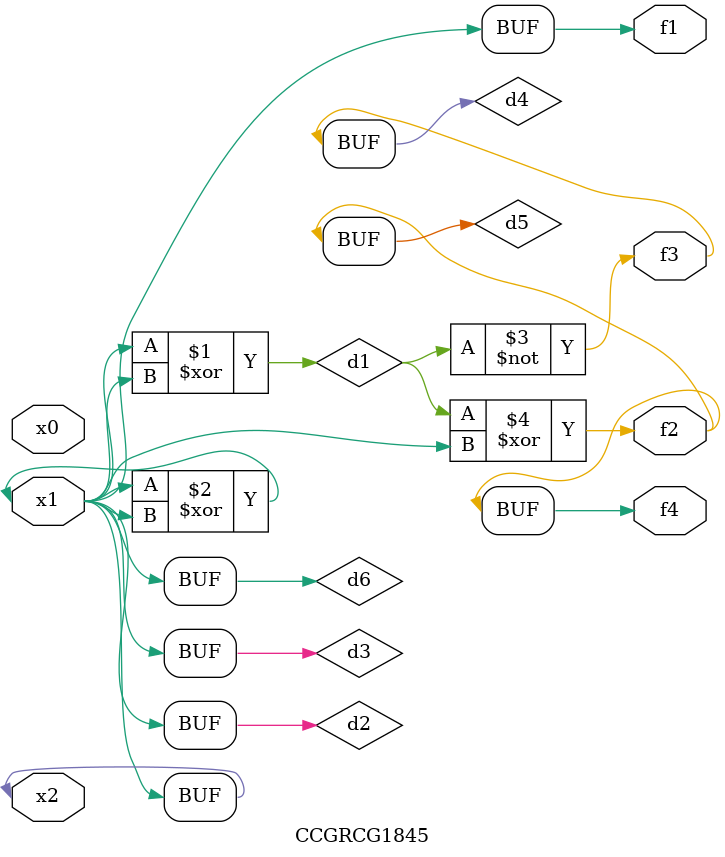
<source format=v>
module CCGRCG1845(
	input x0, x1, x2,
	output f1, f2, f3, f4
);

	wire d1, d2, d3, d4, d5, d6;

	xor (d1, x1, x2);
	buf (d2, x1, x2);
	xor (d3, x1, x2);
	nor (d4, d1);
	xor (d5, d1, d2);
	buf (d6, d2, d3);
	assign f1 = d6;
	assign f2 = d5;
	assign f3 = d4;
	assign f4 = d5;
endmodule

</source>
